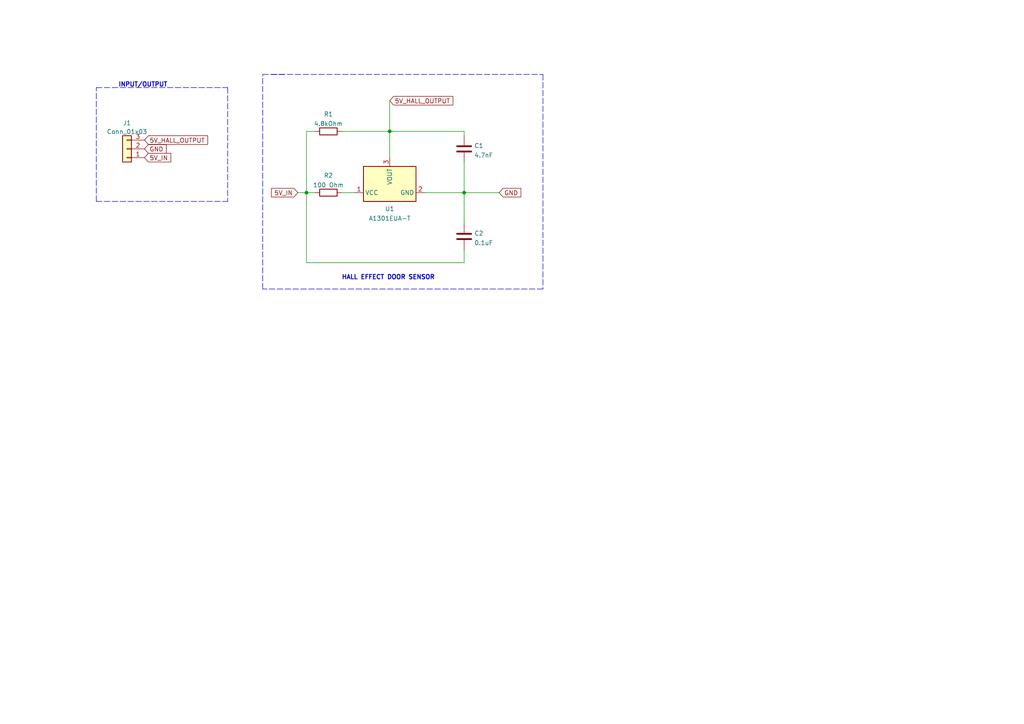
<source format=kicad_sch>
(kicad_sch (version 20211123) (generator eeschema)

  (uuid 8667bd7d-ee9e-4806-881d-3a6406840caf)

  (paper "A4")

  (lib_symbols
    (symbol "Connector_Generic:Conn_01x03" (pin_names (offset 1.016) hide) (in_bom yes) (on_board yes)
      (property "Reference" "J" (id 0) (at 0 5.08 0)
        (effects (font (size 1.27 1.27)))
      )
      (property "Value" "Conn_01x03" (id 1) (at 0 -5.08 0)
        (effects (font (size 1.27 1.27)))
      )
      (property "Footprint" "" (id 2) (at 0 0 0)
        (effects (font (size 1.27 1.27)) hide)
      )
      (property "Datasheet" "~" (id 3) (at 0 0 0)
        (effects (font (size 1.27 1.27)) hide)
      )
      (property "ki_keywords" "connector" (id 4) (at 0 0 0)
        (effects (font (size 1.27 1.27)) hide)
      )
      (property "ki_description" "Generic connector, single row, 01x03, script generated (kicad-library-utils/schlib/autogen/connector/)" (id 5) (at 0 0 0)
        (effects (font (size 1.27 1.27)) hide)
      )
      (property "ki_fp_filters" "Connector*:*_1x??_*" (id 6) (at 0 0 0)
        (effects (font (size 1.27 1.27)) hide)
      )
      (symbol "Conn_01x03_1_1"
        (rectangle (start -1.27 -2.413) (end 0 -2.667)
          (stroke (width 0.1524) (type default) (color 0 0 0 0))
          (fill (type none))
        )
        (rectangle (start -1.27 0.127) (end 0 -0.127)
          (stroke (width 0.1524) (type default) (color 0 0 0 0))
          (fill (type none))
        )
        (rectangle (start -1.27 2.667) (end 0 2.413)
          (stroke (width 0.1524) (type default) (color 0 0 0 0))
          (fill (type none))
        )
        (rectangle (start -1.27 3.81) (end 1.27 -3.81)
          (stroke (width 0.254) (type default) (color 0 0 0 0))
          (fill (type background))
        )
        (pin passive line (at -5.08 2.54 0) (length 3.81)
          (name "Pin_1" (effects (font (size 1.27 1.27))))
          (number "1" (effects (font (size 1.27 1.27))))
        )
        (pin passive line (at -5.08 0 0) (length 3.81)
          (name "Pin_2" (effects (font (size 1.27 1.27))))
          (number "2" (effects (font (size 1.27 1.27))))
        )
        (pin passive line (at -5.08 -2.54 0) (length 3.81)
          (name "Pin_3" (effects (font (size 1.27 1.27))))
          (number "3" (effects (font (size 1.27 1.27))))
        )
      )
    )
    (symbol "Device:C" (pin_numbers hide) (pin_names (offset 0.254)) (in_bom yes) (on_board yes)
      (property "Reference" "C" (id 0) (at 0.635 2.54 0)
        (effects (font (size 1.27 1.27)) (justify left))
      )
      (property "Value" "C" (id 1) (at 0.635 -2.54 0)
        (effects (font (size 1.27 1.27)) (justify left))
      )
      (property "Footprint" "" (id 2) (at 0.9652 -3.81 0)
        (effects (font (size 1.27 1.27)) hide)
      )
      (property "Datasheet" "~" (id 3) (at 0 0 0)
        (effects (font (size 1.27 1.27)) hide)
      )
      (property "ki_keywords" "cap capacitor" (id 4) (at 0 0 0)
        (effects (font (size 1.27 1.27)) hide)
      )
      (property "ki_description" "Unpolarized capacitor" (id 5) (at 0 0 0)
        (effects (font (size 1.27 1.27)) hide)
      )
      (property "ki_fp_filters" "C_*" (id 6) (at 0 0 0)
        (effects (font (size 1.27 1.27)) hide)
      )
      (symbol "C_0_1"
        (polyline
          (pts
            (xy -2.032 -0.762)
            (xy 2.032 -0.762)
          )
          (stroke (width 0.508) (type default) (color 0 0 0 0))
          (fill (type none))
        )
        (polyline
          (pts
            (xy -2.032 0.762)
            (xy 2.032 0.762)
          )
          (stroke (width 0.508) (type default) (color 0 0 0 0))
          (fill (type none))
        )
      )
      (symbol "C_1_1"
        (pin passive line (at 0 3.81 270) (length 2.794)
          (name "~" (effects (font (size 1.27 1.27))))
          (number "1" (effects (font (size 1.27 1.27))))
        )
        (pin passive line (at 0 -3.81 90) (length 2.794)
          (name "~" (effects (font (size 1.27 1.27))))
          (number "2" (effects (font (size 1.27 1.27))))
        )
      )
    )
    (symbol "Device:R" (pin_numbers hide) (pin_names (offset 0)) (in_bom yes) (on_board yes)
      (property "Reference" "R" (id 0) (at 2.032 0 90)
        (effects (font (size 1.27 1.27)))
      )
      (property "Value" "R" (id 1) (at 0 0 90)
        (effects (font (size 1.27 1.27)))
      )
      (property "Footprint" "" (id 2) (at -1.778 0 90)
        (effects (font (size 1.27 1.27)) hide)
      )
      (property "Datasheet" "~" (id 3) (at 0 0 0)
        (effects (font (size 1.27 1.27)) hide)
      )
      (property "ki_keywords" "R res resistor" (id 4) (at 0 0 0)
        (effects (font (size 1.27 1.27)) hide)
      )
      (property "ki_description" "Resistor" (id 5) (at 0 0 0)
        (effects (font (size 1.27 1.27)) hide)
      )
      (property "ki_fp_filters" "R_*" (id 6) (at 0 0 0)
        (effects (font (size 1.27 1.27)) hide)
      )
      (symbol "R_0_1"
        (rectangle (start -1.016 -2.54) (end 1.016 2.54)
          (stroke (width 0.254) (type default) (color 0 0 0 0))
          (fill (type none))
        )
      )
      (symbol "R_1_1"
        (pin passive line (at 0 3.81 270) (length 1.27)
          (name "~" (effects (font (size 1.27 1.27))))
          (number "1" (effects (font (size 1.27 1.27))))
        )
        (pin passive line (at 0 -3.81 90) (length 1.27)
          (name "~" (effects (font (size 1.27 1.27))))
          (number "2" (effects (font (size 1.27 1.27))))
        )
      )
    )
    (symbol "Sensor_Magnetic:A1301EUA-T" (in_bom yes) (on_board yes)
      (property "Reference" "U" (id 0) (at 0 11.43 0)
        (effects (font (size 1.27 1.27)) (justify left))
      )
      (property "Value" "A1301EUA-T" (id 1) (at 0 8.89 0)
        (effects (font (size 1.27 1.27)) (justify left))
      )
      (property "Footprint" "" (id 2) (at 0 -8.89 0)
        (effects (font (size 1.27 1.27) italic) (justify left) hide)
      )
      (property "Datasheet" "http://www.allegromicro.com/~/media/Files/Datasheets/A1301-2-Datasheet.ashx" (id 3) (at -2.54 0 0)
        (effects (font (size 1.27 1.27)) hide)
      )
      (property "ki_keywords" "hall switch" (id 4) (at 0 0 0)
        (effects (font (size 1.27 1.27)) hide)
      )
      (property "ki_description" "Linear Hall Effect Sensor, SIP 3pin" (id 5) (at 0 0 0)
        (effects (font (size 1.27 1.27)) hide)
      )
      (symbol "A1301EUA-T_0_1"
        (rectangle (start -5.08 7.62) (end 5.08 -7.62)
          (stroke (width 0.254) (type default) (color 0 0 0 0))
          (fill (type background))
        )
      )
      (symbol "A1301EUA-T_1_1"
        (pin power_in line (at -2.54 10.16 270) (length 2.54)
          (name "VCC" (effects (font (size 1.27 1.27))))
          (number "1" (effects (font (size 1.27 1.27))))
        )
        (pin power_in line (at -2.54 -10.16 90) (length 2.54)
          (name "GND" (effects (font (size 1.27 1.27))))
          (number "2" (effects (font (size 1.27 1.27))))
        )
        (pin output line (at 7.62 0 180) (length 2.54)
          (name "VOUT" (effects (font (size 1.27 1.27))))
          (number "3" (effects (font (size 1.27 1.27))))
        )
      )
    )
  )

  (junction (at 134.62 55.88) (diameter 0) (color 0 0 0 0)
    (uuid 1809e92e-5df0-45c7-acf1-bda78243c38d)
  )
  (junction (at 113.03 38.1) (diameter 0) (color 0 0 0 0)
    (uuid 2f4e6d87-2c32-4b07-b6f5-9f39e3d416de)
  )
  (junction (at 88.9 55.88) (diameter 0) (color 0 0 0 0)
    (uuid 823acf91-cf4d-4fcf-9729-8f05fee97757)
  )

  (polyline (pts (xy 157.48 83.82) (xy 76.2 83.82))
    (stroke (width 0) (type default) (color 0 0 0 0))
    (uuid 04bccde1-e080-45b7-b56d-4303f0775001)
  )

  (wire (pts (xy 134.62 55.88) (xy 134.62 64.77))
    (stroke (width 0) (type default) (color 0 0 0 0))
    (uuid 0d8878aa-69eb-45fe-939a-d5caba4c837a)
  )
  (polyline (pts (xy 78.74 21.59) (xy 157.48 21.59))
    (stroke (width 0) (type default) (color 0 0 0 0))
    (uuid 207f6f34-3b77-49b5-a997-cac95560b4b0)
  )

  (wire (pts (xy 123.19 55.88) (xy 134.62 55.88))
    (stroke (width 0) (type default) (color 0 0 0 0))
    (uuid 357d2fec-c1f3-45b0-8472-a30bb793be8b)
  )
  (wire (pts (xy 99.06 38.1) (xy 113.03 38.1))
    (stroke (width 0) (type default) (color 0 0 0 0))
    (uuid 370016b8-dce3-4704-a1bf-199964bd0e13)
  )
  (wire (pts (xy 88.9 55.88) (xy 88.9 76.2))
    (stroke (width 0) (type default) (color 0 0 0 0))
    (uuid 497a0852-cddd-4448-835f-faf7250eef48)
  )
  (wire (pts (xy 99.06 55.88) (xy 102.87 55.88))
    (stroke (width 0) (type default) (color 0 0 0 0))
    (uuid 4a628e24-e203-4f7b-afde-9e1b3a0639f6)
  )
  (wire (pts (xy 88.9 76.2) (xy 134.62 76.2))
    (stroke (width 0) (type default) (color 0 0 0 0))
    (uuid 63f91767-7a86-4eb9-949e-8e206429af8b)
  )
  (polyline (pts (xy 27.94 58.42) (xy 66.04 58.42))
    (stroke (width 0) (type default) (color 0 0 0 0))
    (uuid 6a94cad9-77dd-4c28-868b-60aeef7f1e64)
  )

  (wire (pts (xy 134.62 38.1) (xy 134.62 39.37))
    (stroke (width 0) (type default) (color 0 0 0 0))
    (uuid 839ac510-931c-42a0-ba28-2a4e50f44abc)
  )
  (wire (pts (xy 113.03 29.21) (xy 113.03 38.1))
    (stroke (width 0) (type default) (color 0 0 0 0))
    (uuid 8875cdae-0546-41b9-8623-8e66db28547f)
  )
  (wire (pts (xy 86.36 55.88) (xy 88.9 55.88))
    (stroke (width 0) (type default) (color 0 0 0 0))
    (uuid 8e455265-f23a-412f-a34e-d48c055b1263)
  )
  (wire (pts (xy 88.9 38.1) (xy 91.44 38.1))
    (stroke (width 0) (type default) (color 0 0 0 0))
    (uuid aa086e10-f8c8-442c-b152-698ed966e183)
  )
  (wire (pts (xy 134.62 55.88) (xy 144.78 55.88))
    (stroke (width 0) (type default) (color 0 0 0 0))
    (uuid b2f9c547-ba95-42a0-a1e7-b12f5eb32fa1)
  )
  (polyline (pts (xy 66.04 25.4) (xy 66.04 58.42))
    (stroke (width 0) (type default) (color 0 0 0 0))
    (uuid c345999d-661d-4cde-bb05-0d127c2eadfa)
  )
  (polyline (pts (xy 27.94 58.42) (xy 27.94 25.4))
    (stroke (width 0) (type default) (color 0 0 0 0))
    (uuid cadce67a-e764-45a2-afd4-5ac6f11399d9)
  )
  (polyline (pts (xy 157.48 21.59) (xy 157.48 83.82))
    (stroke (width 0) (type default) (color 0 0 0 0))
    (uuid cfb3973e-f6a2-4692-9653-e7a5d68b10d6)
  )

  (wire (pts (xy 88.9 55.88) (xy 91.44 55.88))
    (stroke (width 0) (type default) (color 0 0 0 0))
    (uuid d18a95c2-028d-4ef5-be57-2b8151f535d5)
  )
  (wire (pts (xy 88.9 55.88) (xy 88.9 38.1))
    (stroke (width 0) (type default) (color 0 0 0 0))
    (uuid d2b27b07-f78c-4593-9f2a-4e40c8439b50)
  )
  (wire (pts (xy 113.03 38.1) (xy 113.03 45.72))
    (stroke (width 0) (type default) (color 0 0 0 0))
    (uuid d2f63041-93f1-48c8-895a-b8cdd0139ff0)
  )
  (polyline (pts (xy 27.94 25.4) (xy 66.04 25.4))
    (stroke (width 0) (type default) (color 0 0 0 0))
    (uuid dd7c4444-daa2-4e53-9b65-15e7090ce724)
  )
  (polyline (pts (xy 76.2 21.59) (xy 82.55 21.59))
    (stroke (width 0) (type default) (color 0 0 0 0))
    (uuid e0cb6944-c987-4f8d-a8d4-a09d5026a3a8)
  )

  (wire (pts (xy 113.03 38.1) (xy 134.62 38.1))
    (stroke (width 0) (type default) (color 0 0 0 0))
    (uuid e26227ae-91a2-4ad7-a5de-f6da1c592a7d)
  )
  (wire (pts (xy 134.62 46.99) (xy 134.62 55.88))
    (stroke (width 0) (type default) (color 0 0 0 0))
    (uuid ec322b73-534b-47ee-9025-de238982bd71)
  )
  (polyline (pts (xy 76.2 83.82) (xy 76.2 21.59))
    (stroke (width 0) (type default) (color 0 0 0 0))
    (uuid f1a806f8-d770-4d2d-92ed-a6a65f89b081)
  )

  (wire (pts (xy 134.62 76.2) (xy 134.62 72.39))
    (stroke (width 0) (type default) (color 0 0 0 0))
    (uuid f357c379-e75d-4ca3-95f6-282e6c5d9d51)
  )

  (text "INPUT/OUTPUT" (at 34.29 25.4 0)
    (effects (font (size 1.27 1.27) (thickness 0.254) bold) (justify left bottom))
    (uuid 50a10ddc-981a-40ad-b9d5-2429607477b9)
  )
  (text "HALL EFFECT DOOR SENSOR" (at 99.06 81.28 0)
    (effects (font (size 1.27 1.27) (thickness 0.254) bold) (justify left bottom))
    (uuid d03563ff-72d3-4f35-bd7f-4c6cf93da40a)
  )

  (global_label "GND" (shape input) (at 41.91 43.18 0) (fields_autoplaced)
    (effects (font (size 1.27 1.27)) (justify left))
    (uuid 3ffa8047-8457-48e3-9221-c07bf425352c)
    (property "Intersheet References" "${INTERSHEET_REFS}" (id 0) (at 48.1047 43.1006 0)
      (effects (font (size 1.27 1.27)) (justify left) hide)
    )
  )
  (global_label "5V_HALL_OUTPUT" (shape input) (at 113.03 29.21 0) (fields_autoplaced)
    (effects (font (size 1.27 1.27)) (justify left))
    (uuid 5b2077de-a797-4bc2-a1e0-f1fef26c74f7)
    (property "Intersheet References" "${INTERSHEET_REFS}" (id 0) (at 131.2594 29.1306 0)
      (effects (font (size 1.27 1.27)) (justify left) hide)
    )
  )
  (global_label "5V_HALL_OUTPUT" (shape input) (at 41.91 40.64 0) (fields_autoplaced)
    (effects (font (size 1.27 1.27)) (justify left))
    (uuid 71d138e0-e011-4233-a084-a6d30e1aa9f7)
    (property "Intersheet References" "${INTERSHEET_REFS}" (id 0) (at 60.1394 40.5606 0)
      (effects (font (size 1.27 1.27)) (justify left) hide)
    )
  )
  (global_label "GND" (shape input) (at 144.78 55.88 0) (fields_autoplaced)
    (effects (font (size 1.27 1.27)) (justify left))
    (uuid bababf2f-cb24-44a5-93a5-bc420b46bb14)
    (property "Intersheet References" "${INTERSHEET_REFS}" (id 0) (at 150.9747 55.8006 0)
      (effects (font (size 1.27 1.27)) (justify left) hide)
    )
  )
  (global_label "5V_IN" (shape input) (at 86.36 55.88 180) (fields_autoplaced)
    (effects (font (size 1.27 1.27)) (justify right))
    (uuid d091a521-e29d-46a0-8b3c-c6701d7318e3)
    (property "Intersheet References" "${INTERSHEET_REFS}" (id 0) (at 35.56 -5.08 0)
      (effects (font (size 1.27 1.27)) hide)
    )
  )
  (global_label "5V_IN" (shape input) (at 41.91 45.72 0) (fields_autoplaced)
    (effects (font (size 1.27 1.27)) (justify left))
    (uuid ef8e587a-0181-4a97-b124-579e380fab92)
    (property "Intersheet References" "${INTERSHEET_REFS}" (id 0) (at 0 22.86 0)
      (effects (font (size 1.27 1.27)) hide)
    )
  )

  (symbol (lib_id "Device:R") (at 95.25 55.88 90) (unit 1)
    (in_bom yes) (on_board yes) (fields_autoplaced)
    (uuid 0052a934-5816-4a88-bdf0-035cd13adcb7)
    (property "Reference" "R2" (id 0) (at 95.25 50.8975 90))
    (property "Value" "100 Ohm" (id 1) (at 95.25 53.6726 90))
    (property "Footprint" "Resistor_THT:R_Axial_DIN0207_L6.3mm_D2.5mm_P15.24mm_Horizontal" (id 2) (at 95.25 57.658 90)
      (effects (font (size 1.27 1.27)) hide)
    )
    (property "Datasheet" "~" (id 3) (at 95.25 55.88 0)
      (effects (font (size 1.27 1.27)) hide)
    )
    (pin "1" (uuid 5644a690-5a8b-4fb6-aa22-dbbccffc1bc9))
    (pin "2" (uuid 8b11dc36-dd2f-4db2-8bcf-7d6989e1ea9d))
  )

  (symbol (lib_id "Device:C") (at 134.62 68.58 180) (unit 1)
    (in_bom yes) (on_board yes) (fields_autoplaced)
    (uuid 495fa326-d1fd-4bdd-b23e-50f71a2d93fb)
    (property "Reference" "C2" (id 0) (at 137.541 67.6715 0)
      (effects (font (size 1.27 1.27)) (justify right))
    )
    (property "Value" "0.1uF" (id 1) (at 137.541 70.4466 0)
      (effects (font (size 1.27 1.27)) (justify right))
    )
    (property "Footprint" "Capacitor_THT:C_Disc_D6.0mm_W2.5mm_P5.00mm" (id 2) (at 133.6548 64.77 0)
      (effects (font (size 1.27 1.27)) hide)
    )
    (property "Datasheet" "~" (id 3) (at 134.62 68.58 0)
      (effects (font (size 1.27 1.27)) hide)
    )
    (pin "1" (uuid 4081b9f6-52f5-44a5-b673-64f8b0a745f9))
    (pin "2" (uuid 82e55ca9-d2b9-4775-b95a-39e648bdd00f))
  )

  (symbol (lib_id "Device:C") (at 134.62 43.18 0) (unit 1)
    (in_bom yes) (on_board yes) (fields_autoplaced)
    (uuid 6e9d7ccc-5265-4477-8b07-29df769d0a5d)
    (property "Reference" "C1" (id 0) (at 137.541 42.2715 0)
      (effects (font (size 1.27 1.27)) (justify left))
    )
    (property "Value" "4.7nF" (id 1) (at 137.541 45.0466 0)
      (effects (font (size 1.27 1.27)) (justify left))
    )
    (property "Footprint" "Capacitor_THT:C_Disc_D6.0mm_W2.5mm_P5.00mm" (id 2) (at 135.5852 46.99 0)
      (effects (font (size 1.27 1.27)) hide)
    )
    (property "Datasheet" "~" (id 3) (at 134.62 43.18 0)
      (effects (font (size 1.27 1.27)) hide)
    )
    (pin "1" (uuid 5590dacc-8af5-4f2c-9e3e-43a0bf17b59b))
    (pin "2" (uuid 52f3d3f1-ae72-4525-85c5-f9bbc0f3845d))
  )

  (symbol (lib_id "Device:R") (at 95.25 38.1 90) (unit 1)
    (in_bom yes) (on_board yes) (fields_autoplaced)
    (uuid 7b0ac46a-a005-4fd2-9a83-6fb816c65f8c)
    (property "Reference" "R1" (id 0) (at 95.25 33.1175 90))
    (property "Value" "4.8kOhm" (id 1) (at 95.25 35.8926 90))
    (property "Footprint" "Resistor_THT:R_Axial_DIN0207_L6.3mm_D2.5mm_P15.24mm_Horizontal" (id 2) (at 95.25 39.878 90)
      (effects (font (size 1.27 1.27)) hide)
    )
    (property "Datasheet" "~" (id 3) (at 95.25 38.1 0)
      (effects (font (size 1.27 1.27)) hide)
    )
    (pin "1" (uuid 154e8f71-fd6f-45fb-8624-f7220aa7c0b8))
    (pin "2" (uuid 38444033-bc83-4ff1-87d7-b2f0cc103ca8))
  )

  (symbol (lib_id "Sensor_Magnetic:A1301EUA-T") (at 113.03 53.34 90) (unit 1)
    (in_bom yes) (on_board yes) (fields_autoplaced)
    (uuid 83c6524d-0e51-43f2-b62a-846c7769a3c6)
    (property "Reference" "U1" (id 0) (at 113.03 60.5695 90))
    (property "Value" "A1301EUA-T" (id 1) (at 113.03 63.3446 90))
    (property "Footprint" "Package_SIP:SIP3_11.6x8.5mm" (id 2) (at 121.92 53.34 0)
      (effects (font (size 1.27 1.27) italic) (justify left) hide)
    )
    (property "Datasheet" "http://www.allegromicro.com/~/media/Files/Datasheets/A1301-2-Datasheet.ashx" (id 3) (at 113.03 55.88 0)
      (effects (font (size 1.27 1.27)) hide)
    )
    (pin "1" (uuid bb05c439-681e-427f-91a8-42cf6c7c573c))
    (pin "2" (uuid 4dad5773-b761-4695-9f96-d093b1d6c890))
    (pin "3" (uuid 01cc1bba-4513-4104-8e12-8940867c98f2))
  )

  (symbol (lib_id "Connector_Generic:Conn_01x03") (at 36.83 43.18 180) (unit 1)
    (in_bom yes) (on_board yes) (fields_autoplaced)
    (uuid b6b37d6e-304c-48e5-877a-a031e4f0dd9f)
    (property "Reference" "J1" (id 0) (at 36.83 35.6702 0))
    (property "Value" "Conn_01x03" (id 1) (at 36.83 38.2071 0))
    (property "Footprint" "Connector_PinHeader_2.54mm:PinHeader_1x03_P2.54mm_Vertical" (id 2) (at 36.83 43.18 0)
      (effects (font (size 1.27 1.27)) hide)
    )
    (property "Datasheet" "~" (id 3) (at 36.83 43.18 0)
      (effects (font (size 1.27 1.27)) hide)
    )
    (pin "1" (uuid cad60415-8fc8-46c5-aa8f-54ef8c05dfd0))
    (pin "2" (uuid c31b0eb4-3536-49cd-9eb7-5cf4cb52f9c7))
    (pin "3" (uuid d7ede22c-f798-4963-91d6-fc50ec0e29cf))
  )

  (sheet_instances
    (path "/" (page "1"))
  )

  (symbol_instances
    (path "/6e9d7ccc-5265-4477-8b07-29df769d0a5d"
      (reference "C1") (unit 1) (value "4.7nF") (footprint "Capacitor_THT:C_Disc_D6.0mm_W2.5mm_P5.00mm")
    )
    (path "/495fa326-d1fd-4bdd-b23e-50f71a2d93fb"
      (reference "C2") (unit 1) (value "0.1uF") (footprint "Capacitor_THT:C_Disc_D6.0mm_W2.5mm_P5.00mm")
    )
    (path "/b6b37d6e-304c-48e5-877a-a031e4f0dd9f"
      (reference "J1") (unit 1) (value "Conn_01x03") (footprint "Connector_PinHeader_2.54mm:PinHeader_1x03_P2.54mm_Vertical")
    )
    (path "/7b0ac46a-a005-4fd2-9a83-6fb816c65f8c"
      (reference "R1") (unit 1) (value "4.8kOhm") (footprint "Resistor_THT:R_Axial_DIN0207_L6.3mm_D2.5mm_P15.24mm_Horizontal")
    )
    (path "/0052a934-5816-4a88-bdf0-035cd13adcb7"
      (reference "R2") (unit 1) (value "100 Ohm") (footprint "Resistor_THT:R_Axial_DIN0207_L6.3mm_D2.5mm_P15.24mm_Horizontal")
    )
    (path "/83c6524d-0e51-43f2-b62a-846c7769a3c6"
      (reference "U1") (unit 1) (value "A1301EUA-T") (footprint "Package_SIP:SIP3_11.6x8.5mm")
    )
  )
)

</source>
